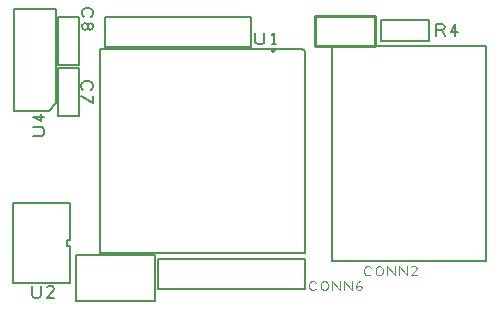
<source format=gto>
%FSLAX24Y24*%
%MOIN*%
G04 EasyPC Gerber Version 16.0.6 Build 3249 *
%ADD83C,0.00240*%
%ADD85C,0.00400*%
%ADD10C,0.00500*%
%ADD84C,0.00800*%
%ADD11C,0.01000*%
X0Y0D02*
D02*
D10*
X2297Y11051D02*
Y14451D01*
X3697*
Y11301*
X3447Y11051*
X2297*
X2879Y5188D02*
Y4907D01*
X2911Y4844*
X2973Y4813*
X3098*
X3161Y4844*
X3192Y4907*
Y5188*
X3629Y4813D02*
X3379D01*
X3598Y5032*
X3629Y5094*
X3598Y5157*
X3536Y5188*
X3442*
X3379Y5157*
X2922Y10192D02*
X3204D01*
X3266Y10223*
X3297Y10285*
Y10410*
X3266Y10473*
X3204Y10504*
X2922*
X3297Y10848D02*
X2922D01*
X3172Y10692*
Y10942*
X3750Y14181D02*
Y12581D01*
X4450*
Y14181*
X3750*
X4151Y5290D02*
X2238D01*
Y7967*
X4151*
Y6727*
X4053*
Y6530*
X4151*
Y5290*
X4591Y11730D02*
X4559Y11761D01*
X4528Y11823*
Y11917*
X4559Y11980*
X4591Y12011*
X4653Y12042*
X4778*
X4841Y12011*
X4872Y11980*
X4903Y11917*
Y11823*
X4872Y11761*
X4841Y11730*
X4528Y11542D02*
X4903Y11292D01*
Y11542*
X4450Y10868D02*
Y12468D01*
X3750*
Y10868*
X4450*
X4610Y14170D02*
X4579Y14202D01*
X4548Y14264*
Y14358*
X4579Y14420*
X4610Y14452*
X4673Y14483*
X4798*
X4860Y14452*
X4892Y14420*
X4923Y14358*
Y14264*
X4892Y14202*
X4860Y14170*
X4735Y13889D02*
Y13827D01*
X4767Y13764*
X4829Y13733*
X4892Y13764*
X4923Y13827*
Y13889*
X4892Y13952*
X4829Y13983*
X4767Y13952*
X4735Y13889*
X4704Y13952*
X4642Y13983*
X4579Y13952*
X4548Y13889*
Y13827*
X4579Y13764*
X4642Y13733*
X4704Y13764*
X4735Y13827*
X10320Y13633D02*
Y13352D01*
X10352Y13289*
X10414Y13258*
X10539*
X10602Y13289*
X10633Y13352*
Y13633*
X10883Y13258D02*
X11008D01*
X10945D02*
Y13633D01*
X10883Y13570*
X10931Y13105D02*
X10899Y13092D01*
X10886Y13061*
X10899Y13030*
X10931Y13017*
X10962Y13030*
X10975Y13061*
X10962Y13092*
X10931Y13105*
X10887Y13057D02*
X10974D01*
X11974Y13026D02*
Y6294D01*
X5163*
Y13105*
X11895*
X11974Y13026*
X12869Y6038D02*
Y13203D01*
X18027*
Y6038*
X12869*
X16101Y14085D02*
X14501D01*
Y13385*
X16101*
Y14085*
X16344Y13553D02*
Y13928D01*
X16563*
X16625Y13897*
X16656Y13834*
X16625Y13772*
X16563Y13741*
X16344*
X16563D02*
X16656Y13553D01*
X17000D02*
Y13928D01*
X16844Y13678*
X17094*
D02*
D11*
X14324Y14196D02*
X12324D01*
Y13196*
X14324*
Y14196*
D02*
D83*
X14188Y5610D02*
X14164Y5585D01*
X14115Y5561*
X14041*
X13992Y5585*
X13967Y5610*
X13942Y5659*
Y5758*
X13967Y5807*
X13992Y5831*
X14041Y5856*
X14115*
X14164Y5831*
X14188Y5807*
X14336Y5659D02*
Y5758D01*
X14361Y5807*
X14385Y5831*
X14434Y5856*
X14484*
X14533Y5831*
X14557Y5807*
X14582Y5758*
Y5659*
X14557Y5610*
X14533Y5585*
X14484Y5561*
X14434*
X14385Y5585*
X14361Y5610*
X14336Y5659*
X14730Y5561D02*
Y5856D01*
X14976Y5561*
Y5856*
X15123Y5561D02*
Y5856D01*
X15369Y5561*
Y5856*
X15714Y5561D02*
X15517D01*
X15689Y5733*
X15714Y5782*
X15689Y5831*
X15640Y5856*
X15566*
X15517Y5831*
D02*
D84*
X5301Y14168D02*
X10194D01*
Y13184*
X5301*
Y14168*
X6986Y4690D02*
Y6225D01*
X4356*
Y4690*
X6986*
X11974Y5113D02*
X7080D01*
Y6097*
X11974*
Y5113*
D02*
D85*
X12358Y5118D02*
X12333Y5093D01*
X12284Y5069*
X12210*
X12161Y5093*
X12136Y5118*
X12112Y5167*
Y5265*
X12136Y5315*
X12161Y5339*
X12210Y5364*
X12284*
X12333Y5339*
X12358Y5315*
X12505Y5167D02*
Y5265D01*
X12530Y5315*
X12555Y5339*
X12604Y5364*
X12653*
X12702Y5339*
X12727Y5315*
X12751Y5265*
Y5167*
X12727Y5118*
X12702Y5093*
X12653Y5069*
X12604*
X12555Y5093*
X12530Y5118*
X12505Y5167*
X12899Y5069D02*
Y5364D01*
X13145Y5069*
Y5364*
X13293Y5069D02*
Y5364D01*
X13539Y5069*
Y5364*
X13686Y5142D02*
X13711Y5192D01*
X13760Y5216*
X13809*
X13859Y5192*
X13883Y5142*
X13859Y5093*
X13809Y5069*
X13760*
X13711Y5093*
X13686Y5142*
Y5216*
X13711Y5290*
X13760Y5339*
X13809Y5364*
X0Y0D02*
M02*

</source>
